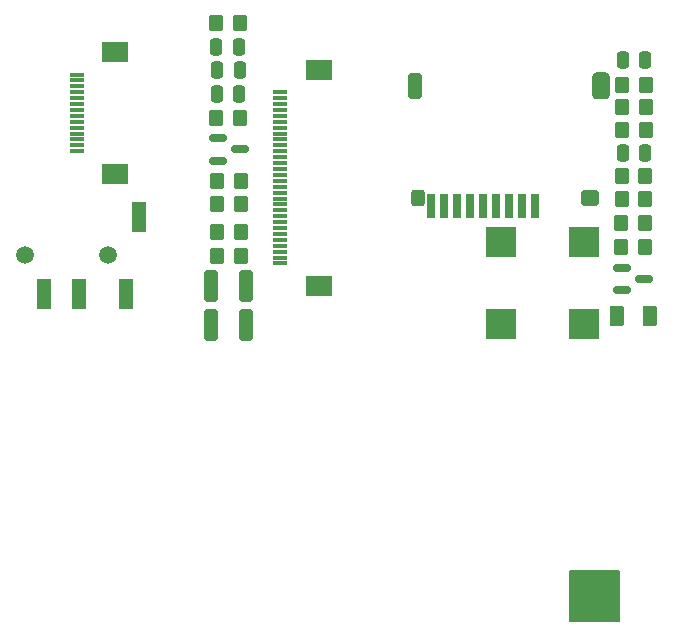
<source format=gbr>
%TF.GenerationSoftware,KiCad,Pcbnew,8.0.8-8.0.8-0~ubuntu22.04.1*%
%TF.CreationDate,2025-02-03T23:54:14+00:00*%
%TF.ProjectId,numcalcium,6e756d63-616c-4636-9975-6d2e6b696361,rev?*%
%TF.SameCoordinates,Original*%
%TF.FileFunction,Soldermask,Bot*%
%TF.FilePolarity,Negative*%
%FSLAX46Y46*%
G04 Gerber Fmt 4.6, Leading zero omitted, Abs format (unit mm)*
G04 Created by KiCad (PCBNEW 8.0.8-8.0.8-0~ubuntu22.04.1) date 2025-02-03 23:54:14*
%MOMM*%
%LPD*%
G01*
G04 APERTURE LIST*
G04 Aperture macros list*
%AMRoundRect*
0 Rectangle with rounded corners*
0 $1 Rounding radius*
0 $2 $3 $4 $5 $6 $7 $8 $9 X,Y pos of 4 corners*
0 Add a 4 corners polygon primitive as box body*
4,1,4,$2,$3,$4,$5,$6,$7,$8,$9,$2,$3,0*
0 Add four circle primitives for the rounded corners*
1,1,$1+$1,$2,$3*
1,1,$1+$1,$4,$5*
1,1,$1+$1,$6,$7*
1,1,$1+$1,$8,$9*
0 Add four rect primitives between the rounded corners*
20,1,$1+$1,$2,$3,$4,$5,0*
20,1,$1+$1,$4,$5,$6,$7,0*
20,1,$1+$1,$6,$7,$8,$9,0*
20,1,$1+$1,$8,$9,$2,$3,0*%
G04 Aperture macros list end*
%ADD10C,0.150000*%
%ADD11RoundRect,0.250000X0.350000X0.450000X-0.350000X0.450000X-0.350000X-0.450000X0.350000X-0.450000X0*%
%ADD12RoundRect,0.250000X-0.325000X-1.100000X0.325000X-1.100000X0.325000X1.100000X-0.325000X1.100000X0*%
%ADD13R,1.300000X0.300000*%
%ADD14R,2.200000X1.800000*%
%ADD15RoundRect,0.150000X-0.587500X-0.150000X0.587500X-0.150000X0.587500X0.150000X-0.587500X0.150000X0*%
%ADD16RoundRect,0.250000X-0.350000X-0.450000X0.350000X-0.450000X0.350000X0.450000X-0.350000X0.450000X0*%
%ADD17RoundRect,0.250000X0.250000X0.475000X-0.250000X0.475000X-0.250000X-0.475000X0.250000X-0.475000X0*%
%ADD18R,2.500000X2.500000*%
%ADD19R,0.700000X2.000000*%
%ADD20RoundRect,0.300000X0.300000X0.800000X-0.300000X0.800000X-0.300000X-0.800000X0.300000X-0.800000X0*%
%ADD21RoundRect,0.300000X-0.300000X-0.400000X0.300000X-0.400000X0.300000X0.400000X-0.300000X0.400000X0*%
%ADD22RoundRect,0.350000X-0.450000X-0.350000X0.450000X-0.350000X0.450000X0.350000X-0.450000X0.350000X0*%
%ADD23RoundRect,0.381000X-0.381000X0.762000X-0.381000X-0.762000X0.381000X-0.762000X0.381000X0.762000X0*%
%ADD24C,1.500000*%
%ADD25R,1.200000X2.500000*%
%ADD26RoundRect,0.250000X-0.375000X-0.625000X0.375000X-0.625000X0.375000X0.625000X-0.375000X0.625000X0*%
%ADD27RoundRect,0.250000X-0.250000X-0.475000X0.250000X-0.475000X0.250000X0.475000X-0.250000X0.475000X0*%
G04 APERTURE END LIST*
D10*
X49407879Y-4680843D02*
X53557879Y-4680843D01*
X53557879Y-8880843D01*
X49407879Y-8880843D01*
X49407879Y-4680843D01*
G36*
X49407879Y-4680843D02*
G01*
X53557879Y-4680843D01*
X53557879Y-8880843D01*
X49407879Y-8880843D01*
X49407879Y-4680843D01*
G37*
D11*
%TO.C,R15*%
X21492000Y41736000D03*
X19492000Y41736000D03*
%TD*%
%TO.C,R19*%
X21491200Y33736000D03*
X19491200Y33736000D03*
%TD*%
D12*
%TO.C,C12*%
X19042000Y19436000D03*
X21992000Y19436000D03*
%TD*%
D13*
%TO.C,J2*%
X7692000Y37382599D03*
X7692000Y36882599D03*
X7692000Y36382599D03*
X7692000Y35882599D03*
X7692000Y35382599D03*
X7692000Y34882599D03*
X7692000Y34382599D03*
X7692000Y33882599D03*
X7692000Y33382599D03*
X7692000Y32882599D03*
X7692000Y32382599D03*
X7692000Y31882599D03*
X7692000Y31382599D03*
X7692000Y30882599D03*
D14*
X10942000Y39282599D03*
X10942000Y28982599D03*
%TD*%
D13*
%TO.C,J3*%
X24900757Y35882599D03*
X24900757Y35382599D03*
X24900757Y34882599D03*
X24900757Y34382599D03*
X24900757Y33882599D03*
X24900757Y33382599D03*
X24900757Y32882599D03*
X24900757Y32382599D03*
X24900757Y31882599D03*
X24900757Y31382599D03*
X24900757Y30882599D03*
X24900757Y30382599D03*
X24900757Y29882599D03*
X24900757Y29382599D03*
X24900757Y28882599D03*
X24900757Y28382599D03*
X24900757Y27882599D03*
X24900757Y27382599D03*
X24900757Y26882599D03*
X24900757Y26382599D03*
X24900757Y25882599D03*
X24900757Y25382599D03*
X24900757Y24882599D03*
X24900757Y24382599D03*
X24900757Y23882599D03*
X24900757Y23382599D03*
X24900757Y22882599D03*
X24900757Y22382599D03*
X24900757Y21882599D03*
X24900757Y21382599D03*
D14*
X28150757Y37782599D03*
X28150757Y19482599D03*
%TD*%
D15*
%TO.C,Q9*%
X19652600Y30086000D03*
X19652600Y31986000D03*
X21527600Y31036000D03*
%TD*%
D11*
%TO.C,R21*%
X55818905Y26851215D03*
X53818905Y26851215D03*
%TD*%
D16*
%TO.C,R27*%
X53781405Y22801215D03*
X55781405Y22801215D03*
%TD*%
D17*
%TO.C,C10*%
X21410800Y39736000D03*
X19510800Y39736000D03*
%TD*%
D11*
%TO.C,R22*%
X55818905Y28801215D03*
X53818905Y28801215D03*
%TD*%
D16*
%TO.C,R20*%
X19576000Y26436000D03*
X21576000Y26436000D03*
%TD*%
D11*
%TO.C,R18*%
X21592000Y28336000D03*
X19592000Y28336000D03*
%TD*%
D18*
%TO.C,BZ1*%
X50592000Y16236000D03*
X43592000Y16236000D03*
X43592000Y23236000D03*
X50592000Y23236000D03*
%TD*%
D19*
%TO.C,J4*%
X46484757Y26282599D03*
X45384757Y26282599D03*
X44284757Y26282599D03*
X43184757Y26282599D03*
X42084757Y26282599D03*
X40984757Y26282599D03*
X39884757Y26282599D03*
X38784757Y26282599D03*
X37684757Y26282599D03*
D20*
X36284757Y36432599D03*
D21*
X36534757Y26887399D03*
D22*
X51134757Y26887399D03*
D23*
X52034757Y36432599D03*
%TD*%
D24*
%TO.C,J5*%
X3292000Y22086000D03*
X10292000Y22086000D03*
D25*
X7892000Y18836000D03*
X4892000Y18836000D03*
X12992000Y25336000D03*
X11892000Y18836000D03*
%TD*%
D17*
%TO.C,C11*%
X21461600Y37736000D03*
X19561600Y37736000D03*
%TD*%
D11*
%TO.C,R29*%
X21592000Y24036000D03*
X19592000Y24036000D03*
%TD*%
%TO.C,R23*%
X55868905Y36501215D03*
X53868905Y36501215D03*
%TD*%
%TO.C,R25*%
X55868905Y32701215D03*
X53868905Y32701215D03*
%TD*%
D12*
%TO.C,C13*%
X19042000Y16136000D03*
X21992000Y16136000D03*
%TD*%
D26*
%TO.C,D42*%
X53447257Y16936000D03*
X56247257Y16936000D03*
%TD*%
D15*
%TO.C,Q8*%
X53843905Y19101215D03*
X53843905Y21001215D03*
X55718905Y20051215D03*
%TD*%
D16*
%TO.C,R2*%
X53781405Y24801215D03*
X55781405Y24801215D03*
%TD*%
D11*
%TO.C,R28*%
X21592000Y22036000D03*
X19592000Y22036000D03*
%TD*%
D17*
%TO.C,C23*%
X55792000Y38589401D03*
X53892000Y38589401D03*
%TD*%
D11*
%TO.C,R24*%
X55868905Y34601215D03*
X53868905Y34601215D03*
%TD*%
D27*
%TO.C,C9*%
X19526000Y35736000D03*
X21426000Y35736000D03*
%TD*%
D17*
%TO.C,C15*%
X55818905Y30751215D03*
X53918905Y30751215D03*
%TD*%
M02*

</source>
